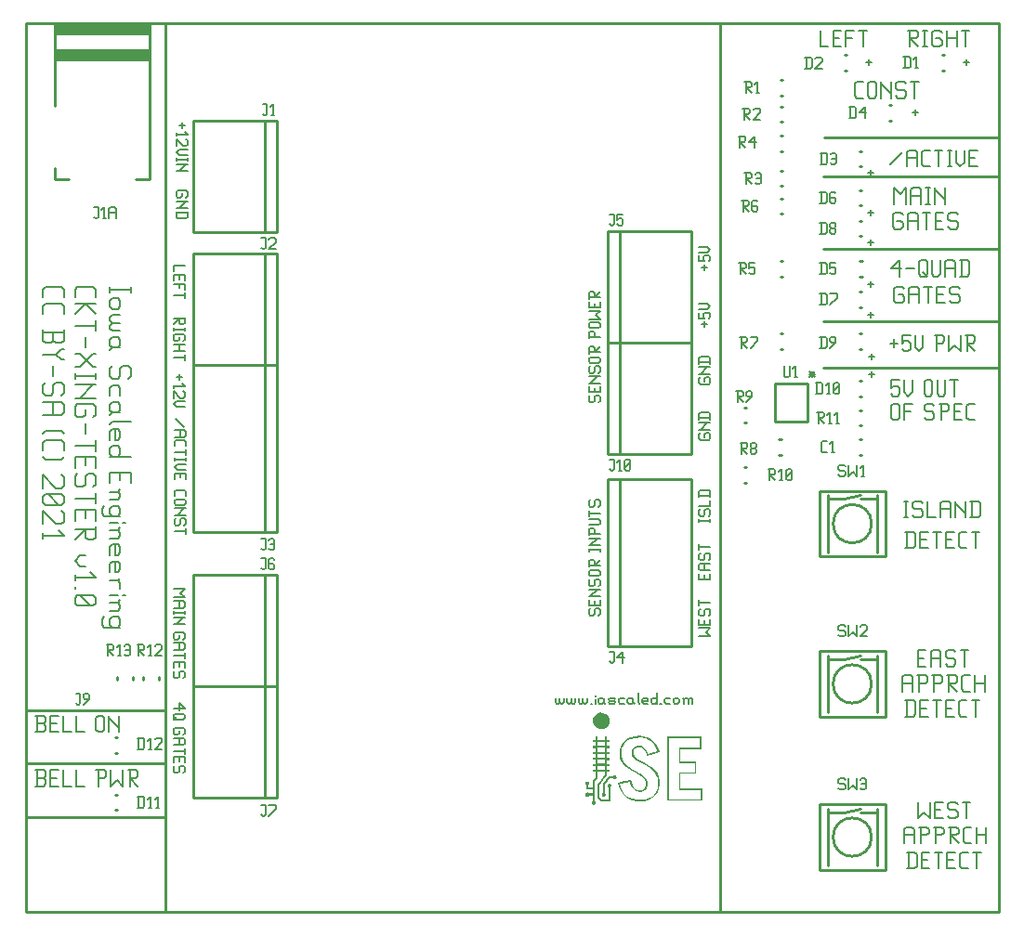
<source format=gbr>
G04 start of page 8 for group -4079 idx -4079 *
G04 Title: (unknown), topsilk *
G04 Creator: pcb 4.0.2 *
G04 CreationDate: Mon Feb 22 18:09:41 2021 UTC *
G04 For: ndholmes *
G04 Format: Gerber/RS-274X *
G04 PCB-Dimensions (mil): 3500.00 3200.00 *
G04 PCB-Coordinate-Origin: lower left *
%MOIN*%
%FSLAX25Y25*%
%LNTOPSILK*%
%ADD54C,0.0080*%
%ADD53C,0.0100*%
%ADD52C,0.0001*%
G54D52*G36*
X206441Y66282D02*X205556Y66569D01*
X204791Y67128D01*
X204243Y67860D01*
X203956Y68723D01*
X203918Y69363D01*
X203999Y69982D01*
X204309Y70747D01*
X204829Y71398D01*
X205676Y71973D01*
X206647Y72216D01*
X207656Y72129D01*
X208600Y71702D01*
X209153Y71197D01*
X209577Y70579D01*
X209810Y69895D01*
X209880Y69168D01*
X209772Y68441D01*
X209506Y67768D01*
X209099Y67220D01*
X208584Y66775D01*
X207982Y66455D01*
X207331Y66282D01*
X206880Y66260D01*
X206441Y66282D01*
G37*
G36*
X207607Y42123D02*X207325Y42312D01*
X207146Y42600D01*
X207141Y43034D01*
X207368Y43387D01*
X207499Y43479D01*
X207510Y43940D01*
X207515Y45052D01*
Y46626D01*
X208611Y48004D01*
X209701Y49387D01*
X211031D01*
X211117Y49507D01*
X211345Y49702D01*
X211497Y49767D01*
X211703Y49778D01*
X211904Y49772D01*
X212056Y49702D01*
X212278Y49512D01*
X212414Y49268D01*
X212430Y48986D01*
X212365Y48714D01*
X212089Y48427D01*
X211703Y48313D01*
X211145Y48562D01*
X211020Y48698D01*
X210032D01*
X209115Y47543D01*
X208204Y46387D01*
Y43490D01*
X208307Y43419D01*
X208567Y43023D01*
X208535Y42524D01*
X208150Y42150D01*
X207607Y42117D01*
Y42123D01*
G37*
G36*
X230470Y52035D02*X231110Y52040D01*
X231104Y41141D01*
X242530D01*
Y44298D01*
X234756D01*
Y50819D01*
X240441D01*
Y53988D01*
X234756D01*
Y59771D01*
X242216D01*
Y62940D01*
X231121D01*
X231110Y52040D01*
X230470Y52035D01*
Y63564D01*
X242850D01*
Y59153D01*
X235390D01*
Y54633D01*
X241071D01*
Y50223D01*
X235407D01*
X235396Y47591D01*
X235390Y44960D01*
X243154D01*
Y40522D01*
X230470D01*
Y52035D01*
G37*
G36*
X219885Y40229D02*X218067Y40571D01*
X216483Y41293D01*
X215376Y42171D01*
X214432Y43278D01*
X213570Y44841D01*
X212924Y46696D01*
X212826Y47065D01*
X215246Y47581D01*
X216179Y47781D01*
X216955Y47944D01*
X217481Y48047D01*
X217682Y48080D01*
X217736Y47868D01*
X217785Y47618D01*
X217867Y47282D01*
X218230Y46257D01*
X218745Y45432D01*
X219391Y44824D01*
X220162Y44461D01*
X220400Y44418D01*
X220796Y44401D01*
X221187Y44418D01*
X221442Y44461D01*
X222462Y45047D01*
X223021Y46083D01*
X223075Y46712D01*
X223021Y47309D01*
X223623Y47483D01*
X223661Y46067D01*
X223303Y45117D01*
X222673Y44385D01*
X221816Y43924D01*
X220780Y43756D01*
X219451Y44059D01*
X218382Y44884D01*
X217590Y46127D01*
X217389Y46653D01*
X217243Y47157D01*
X217194Y47326D01*
X217145Y47342D01*
X216993Y47315D01*
X216635Y47239D01*
X216109Y47125D01*
X215479Y46989D01*
X214329Y46745D01*
X213792Y46626D01*
X213629Y46577D01*
Y46544D01*
X213678Y46360D01*
X213803Y45991D01*
X213949Y45584D01*
X214074Y45258D01*
X215072Y43479D01*
X216358Y42150D01*
X217932Y41282D01*
X219803Y40864D01*
X220199Y40853D01*
X220747D01*
X221295Y40869D01*
X221718Y40902D01*
X223048Y41157D01*
X224209Y41591D01*
X225109Y42123D01*
X225863Y42779D01*
X226466Y43560D01*
X226932Y44466D01*
X227160Y45161D01*
X227317Y45947D01*
X227366Y46902D01*
X227317Y47836D01*
X227090Y48823D01*
X226732Y49713D01*
X226211Y50532D01*
X225527Y51313D01*
X224827Y51959D01*
X224019Y52556D01*
X222945Y53217D01*
X221453Y54047D01*
X220308Y54682D01*
X219516Y55160D01*
X218963Y55561D01*
X218534Y55963D01*
X217986Y56749D01*
X217818Y57617D01*
X217964Y58659D01*
X218398Y59473D01*
X219103Y60037D01*
X220058Y60319D01*
X220639Y60336D01*
X221214Y60270D01*
X221984Y59977D01*
X222652Y59451D01*
X223227Y58686D01*
X223721Y57666D01*
X223807Y57466D01*
X223867Y57422D01*
X224030Y57471D01*
X224409Y57574D01*
X224919Y57726D01*
X225505Y57894D01*
X226081Y58062D01*
X226580Y58214D01*
X226938Y58317D01*
X227079Y58361D01*
X227052Y58485D01*
X226965Y58762D01*
X226840Y59104D01*
X226721Y59419D01*
X226043Y60634D01*
X225153Y61638D01*
X224079Y62413D01*
X222825Y62940D01*
X221068Y63243D01*
X219147Y63157D01*
X217400Y62696D01*
X216000Y61860D01*
X215300Y61133D01*
X214758Y60249D01*
X214389Y59223D01*
X214188Y58073D01*
X214161Y57297D01*
X214199Y56587D01*
X214438Y55605D01*
X214877Y54699D01*
X215517Y53858D01*
X216380Y53066D01*
X216922Y52659D01*
X217552Y52246D01*
X218355Y51769D01*
X219440Y51161D01*
X220167Y50760D01*
X220709Y50451D01*
X221133Y50196D01*
X221507Y49957D01*
X222939Y48747D01*
X223623Y47483D01*
X223021Y47309D01*
X222424Y48378D01*
X221165Y49425D01*
X220802Y49658D01*
X220395Y49903D01*
X219879Y50196D01*
X219185Y50575D01*
X217807Y51351D01*
X216792Y51980D01*
X216017Y52545D01*
X215360Y53125D01*
X214611Y53966D01*
X214074Y54850D01*
X213656Y56033D01*
X213526Y57346D01*
X213618Y58632D01*
X213911Y59831D01*
X214671Y61355D01*
X215832Y62538D01*
X217362Y63363D01*
X219234Y63802D01*
X220693Y63884D01*
X222077Y63759D01*
X223352Y63433D01*
X224491Y62907D01*
X225630Y62061D01*
X226569Y60976D01*
X227296Y59674D01*
X227789Y58171D01*
X227849Y57916D01*
X225647Y57276D01*
X224784Y57032D01*
X224079Y56831D01*
X223601Y56701D01*
X223422Y56657D01*
X223346Y56858D01*
X223118Y57460D01*
X222858Y58035D01*
X222098Y59104D01*
X221149Y59636D01*
X220514Y59701D01*
X219863Y59652D01*
X219006Y59180D01*
X218669Y58719D01*
X218485Y58122D01*
X218447Y57639D01*
X218485Y57227D01*
X218832Y56576D01*
X219559Y55908D01*
X219912Y55664D01*
X220351Y55388D01*
X220926Y55062D01*
X221697Y54639D01*
X222565Y54167D01*
X223248Y53782D01*
X223807Y53451D01*
X224285Y53142D01*
X225511Y52214D01*
X226477Y51226D01*
X227204Y50174D01*
X227692Y49034D01*
X227968Y47662D01*
X227974Y46230D01*
X227719Y44830D01*
X227209Y43566D01*
X226412Y42448D01*
X225370Y41537D01*
X224100Y40859D01*
X222635Y40414D01*
X221257Y40240D01*
X219885Y40235D01*
Y40229D01*
G37*
G36*
X204043Y39209D02*X203647Y39480D01*
X203511Y39925D01*
X203565Y40240D01*
X203761Y40490D01*
X203891Y40604D01*
Y42486D01*
X203218D01*
X202741Y42481D01*
X202545Y42464D01*
X202453Y42340D01*
X202100Y42117D01*
X201672D01*
X201373Y42307D01*
X201189Y42600D01*
X201162Y42931D01*
X201270Y43224D01*
X201487Y43446D01*
X201802Y43566D01*
X202182Y43512D01*
X202491Y43273D01*
X202556Y43175D01*
X203224D01*
X203891Y43170D01*
Y44667D01*
X201558D01*
Y45400D01*
X201553Y46127D01*
X201455Y46197D01*
X201287Y46376D01*
X201178Y46593D01*
X201189Y47027D01*
X201373Y47315D01*
X201661Y47494D01*
X201997Y47526D01*
X202290Y47423D01*
X202513Y47201D01*
X202632Y46881D01*
X202578Y46506D01*
X202339Y46197D01*
X202242Y46127D01*
Y45351D01*
X203891D01*
Y47656D01*
X204357Y48248D01*
X204829Y48839D01*
Y50906D01*
X203918D01*
Y51693D01*
X208302D01*
Y53066D01*
X205486D01*
Y51693D01*
X204829D01*
Y53066D01*
X203918D01*
Y53825D01*
X204819D01*
Y55192D01*
X205502Y55219D01*
X205497Y54557D01*
X205491Y54086D01*
X205502Y53868D01*
X205567Y53858D01*
X205790Y53847D01*
X206224Y53841D01*
X206907Y53836D01*
X208302D01*
Y55219D01*
X205502D01*
X204819Y55192D01*
X203918D01*
Y55952D01*
X204829D01*
X205486Y55979D01*
X208302D01*
Y57352D01*
X205486D01*
Y55979D01*
X204829Y55952D01*
Y57324D01*
X203918D01*
Y58084D01*
X204819D01*
X204829Y59462D01*
X205486Y59505D01*
Y58827D01*
X205491Y58344D01*
X205508Y58127D01*
X205920Y58117D01*
X206907Y58111D01*
X208291D01*
X208296Y58800D01*
Y58816D01*
X208307Y59505D01*
X205486D01*
X204829Y59462D01*
X203918D01*
Y60222D01*
X204819D01*
Y61594D01*
X205502Y61648D01*
X205497Y60992D01*
X205491Y60515D01*
X205502Y60297D01*
X205567Y60287D01*
X205790Y60276D01*
X206224Y60270D01*
X206907Y60265D01*
X208307D01*
X208296Y60959D01*
X208291Y61648D01*
X205502D01*
X204819Y61594D01*
X203918D01*
Y62354D01*
X204829D01*
Y63596D01*
X205486D01*
Y62354D01*
X208302D01*
Y63596D01*
X208991D01*
Y62354D01*
X209902D01*
Y61594D01*
X208991D01*
Y60194D01*
X209902D01*
Y59435D01*
X208991D01*
Y58041D01*
X209902D01*
Y57281D01*
X208991D01*
Y55908D01*
X209902D01*
Y55149D01*
X208991D01*
Y53755D01*
X209902D01*
Y52995D01*
X208991D01*
Y51622D01*
X209902D01*
Y50836D01*
X208991D01*
X208985Y50250D01*
Y49658D01*
X207569Y47868D01*
X206148Y46083D01*
Y42074D01*
X207124Y41097D01*
X209544D01*
Y43219D01*
X209539Y44043D01*
Y44716D01*
X209533Y45172D01*
X209528Y45334D01*
X209403Y45427D01*
X209159Y45893D01*
X209294Y46409D01*
X209870Y46718D01*
X210472Y46447D01*
X210629Y45882D01*
X210331Y45372D01*
X210233Y45302D01*
Y40414D01*
X206842D01*
X205486Y41770D01*
Y46344D01*
X206896Y48123D01*
X208302Y49903D01*
Y50841D01*
X205486D01*
Y48503D01*
X204574Y47353D01*
Y40522D01*
X204640Y40490D01*
X204819Y40321D01*
X204949Y40088D01*
X204916Y39573D01*
X204569Y39193D01*
X204303Y39133D01*
X204043Y39144D01*
Y39209D01*
G37*
G54D53*X349500Y500D02*X240500D01*
X349500Y319500D02*Y500D01*
X244500Y319500D02*X349500D01*
X249500D02*Y500D01*
X286500Y238500D02*X349500D01*
X287000Y278500D02*X349500D01*
X286500Y196000D02*X349500D01*
X286500Y212500D02*X349500D01*
X286500Y264500D02*X349500D01*
X50500Y319500D02*X249500D01*
X52500D02*X500D01*
X50500Y500D02*Y117500D01*
X249500Y500D02*X50500D01*
X500D02*X52000D01*
X50500Y319500D02*Y70500D01*
X500Y319500D02*Y500D01*
Y73000D02*X50500D01*
X500Y54000D02*X50500D01*
X500Y34500D02*X50500D01*
G54D54*X302500Y215000D02*X304500D01*
X303500Y216000D02*Y214000D01*
X190500Y77400D02*Y75900D01*
X191000Y75400D01*
X191500D01*
X192000Y75900D01*
Y77400D02*Y75900D01*
X192500Y75400D01*
X193000D01*
X193500Y75900D01*
Y77400D02*Y75900D01*
X194700Y77400D02*Y75900D01*
X195200Y75400D01*
X195700D01*
X196200Y75900D01*
Y77400D02*Y75900D01*
X196700Y75400D01*
X197200D01*
X197700Y75900D01*
Y77400D02*Y75900D01*
X198900Y77400D02*Y75900D01*
X199400Y75400D01*
X199900D01*
X200400Y75900D01*
Y77400D02*Y75900D01*
X200900Y75400D01*
X201400D01*
X201900Y75900D01*
Y77400D02*Y75900D01*
X203100Y75400D02*X203600D01*
X204800Y78400D02*Y77900D01*
Y76900D02*Y75400D01*
X207300Y77400D02*X207800Y76900D01*
X206300Y77400D02*X207300D01*
X205800Y76900D02*X206300Y77400D01*
X205800Y76900D02*Y75900D01*
X206300Y75400D01*
X207800Y77400D02*Y75900D01*
X208300Y75400D01*
X206300D02*X207300D01*
X207800Y75900D01*
X210000Y75400D02*X211500D01*
X212000Y75900D01*
X211500Y76400D02*X212000Y75900D01*
X210000Y76400D02*X211500D01*
X209500Y76900D02*X210000Y76400D01*
X209500Y76900D02*X210000Y77400D01*
X211500D01*
X212000Y76900D01*
X209500Y75900D02*X210000Y75400D01*
X213700Y77400D02*X215200D01*
X213200Y76900D02*X213700Y77400D01*
X213200Y76900D02*Y75900D01*
X213700Y75400D01*
X215200D01*
X217900Y77400D02*X218400Y76900D01*
X216900Y77400D02*X217900D01*
X216400Y76900D02*X216900Y77400D01*
X216400Y76900D02*Y75900D01*
X216900Y75400D01*
X218400Y77400D02*Y75900D01*
X218900Y75400D01*
X216900D02*X217900D01*
X218400Y75900D01*
X220100Y79400D02*Y75900D01*
X220600Y75400D01*
X222100D02*X223600D01*
X221600Y75900D02*X222100Y75400D01*
X221600Y76900D02*Y75900D01*
Y76900D02*X222100Y77400D01*
X223100D01*
X223600Y76900D01*
X221600Y76400D02*X223600D01*
Y76900D02*Y76400D01*
X226800Y79400D02*Y75400D01*
X226300D02*X226800Y75900D01*
X225300Y75400D02*X226300D01*
X224800Y75900D02*X225300Y75400D01*
X224800Y76900D02*Y75900D01*
Y76900D02*X225300Y77400D01*
X226300D01*
X226800Y76900D01*
X228000Y75400D02*X228500D01*
X230200Y77400D02*X231700D01*
X229700Y76900D02*X230200Y77400D01*
X229700Y76900D02*Y75900D01*
X230200Y75400D01*
X231700D01*
X232900Y76900D02*Y75900D01*
Y76900D02*X233400Y77400D01*
X234400D01*
X234900Y76900D01*
Y75900D01*
X234400Y75400D02*X234900Y75900D01*
X233400Y75400D02*X234400D01*
X232900Y75900D02*X233400Y75400D01*
X236600Y76900D02*Y75400D01*
Y76900D02*X237100Y77400D01*
X237600D01*
X238100Y76900D01*
Y75400D01*
Y76900D02*X238600Y77400D01*
X239100D01*
X239600Y76900D01*
Y75400D01*
X236100Y77400D02*X236600Y76900D01*
X242000Y99500D02*X246000D01*
X244500Y101000D01*
X246000Y102500D01*
X242000D02*X246000D01*
X244000Y105200D02*Y103700D01*
X246000Y105700D02*Y103700D01*
X242000D02*X246000D01*
X242000Y105700D02*Y103700D01*
Y108900D02*X242500Y109400D01*
X242000Y108900D02*Y107400D01*
X242500Y106900D02*X242000Y107400D01*
X242500Y106900D02*X243500D01*
X244000Y107400D01*
Y108900D02*Y107400D01*
Y108900D02*X244500Y109400D01*
X245500D01*
X246000Y108900D02*X245500Y109400D01*
X246000Y108900D02*Y107400D01*
X245500Y106900D02*X246000Y107400D01*
X242000Y112600D02*Y110600D01*
Y111600D02*X246000D01*
X202500Y109000D02*X203000Y109500D01*
X202500Y109000D02*Y107500D01*
X203000Y107000D02*X202500Y107500D01*
X203000Y107000D02*X204000D01*
X204500Y107500D01*
Y109000D02*Y107500D01*
Y109000D02*X205000Y109500D01*
X206000D01*
X206500Y109000D02*X206000Y109500D01*
X206500Y109000D02*Y107500D01*
X206000Y107000D02*X206500Y107500D01*
X204500Y112200D02*Y110700D01*
X206500Y112700D02*Y110700D01*
X202500D02*X206500D01*
X202500Y112700D02*Y110700D01*
Y113900D02*X206500D01*
X202500D02*X203000D01*
X205500Y116400D01*
X202500D02*X206500D01*
X202500Y119600D02*X203000Y120100D01*
X202500Y119600D02*Y118100D01*
X203000Y117600D02*X202500Y118100D01*
X203000Y117600D02*X204000D01*
X204500Y118100D01*
Y119600D02*Y118100D01*
Y119600D02*X205000Y120100D01*
X206000D01*
X206500Y119600D02*X206000Y120100D01*
X206500Y119600D02*Y118100D01*
X206000Y117600D02*X206500Y118100D01*
X203000Y121300D02*X206000D01*
X203000D02*X202500Y121800D01*
Y122800D02*Y121800D01*
Y122800D02*X203000Y123300D01*
X206000D01*
X206500Y122800D02*X206000Y123300D01*
X206500Y122800D02*Y121800D01*
X206000Y121300D02*X206500Y121800D01*
X202500Y126500D02*Y124500D01*
Y126500D02*X203000Y127000D01*
X204000D01*
X204500Y126500D02*X204000Y127000D01*
X204500Y126500D02*Y125000D01*
X202500D02*X206500D01*
X204500D02*X206500Y127000D01*
X202500Y131000D02*Y130000D01*
Y130500D02*X206500D01*
Y131000D02*Y130000D01*
X202500Y132200D02*X206500D01*
X202500D02*X203000D01*
X205500Y134700D01*
X202500D02*X206500D01*
X202500Y136400D02*X206500D01*
X202500Y137900D02*Y135900D01*
Y137900D02*X203000Y138400D01*
X204000D01*
X204500Y137900D02*X204000Y138400D01*
X204500Y137900D02*Y136400D01*
X202500Y139600D02*X206000D01*
X206500Y140100D01*
Y141100D02*Y140100D01*
Y141100D02*X206000Y141600D01*
X202500D02*X206000D01*
X202500Y144800D02*Y142800D01*
Y143800D02*X206500D01*
X202500Y148000D02*X203000Y148500D01*
X202500Y148000D02*Y146500D01*
X203000Y146000D02*X202500Y146500D01*
X203000Y146000D02*X204000D01*
X204500Y146500D01*
Y148000D02*Y146500D01*
Y148000D02*X205000Y148500D01*
X206000D01*
X206500Y148000D02*X206000Y148500D01*
X206500Y148000D02*Y146500D01*
X206000Y146000D02*X206500Y146500D01*
X244000Y233000D02*Y231000D01*
X243000Y232000D02*X245000D01*
X242000Y236200D02*Y234200D01*
X244000D01*
X243500Y234700D01*
Y235700D02*Y234700D01*
Y235700D02*X244000Y236200D01*
X245500D01*
X246000Y235700D02*X245500Y236200D01*
X246000Y235700D02*Y234700D01*
X245500Y234200D02*X246000Y234700D01*
X242000Y237400D02*X245000D01*
X246000Y238400D01*
X245000Y239400D01*
X242000D02*X245000D01*
X202500Y185500D02*X203000Y186000D01*
X202500Y185500D02*Y184000D01*
X203000Y183500D02*X202500Y184000D01*
X203000Y183500D02*X204000D01*
X204500Y184000D01*
Y185500D02*Y184000D01*
Y185500D02*X205000Y186000D01*
X206000D01*
X206500Y185500D02*X206000Y186000D01*
X206500Y185500D02*Y184000D01*
X206000Y183500D02*X206500Y184000D01*
X204500Y188700D02*Y187200D01*
X206500Y189200D02*Y187200D01*
X202500D02*X206500D01*
X202500Y189200D02*Y187200D01*
Y190400D02*X206500D01*
X202500D02*X203000D01*
X205500Y192900D01*
X202500D02*X206500D01*
X202500Y196100D02*X203000Y196600D01*
X202500Y196100D02*Y194600D01*
X203000Y194100D02*X202500Y194600D01*
X203000Y194100D02*X204000D01*
X204500Y194600D01*
Y196100D02*Y194600D01*
Y196100D02*X205000Y196600D01*
X206000D01*
X206500Y196100D02*X206000Y196600D01*
X206500Y196100D02*Y194600D01*
X206000Y194100D02*X206500Y194600D01*
X203000Y197800D02*X206000D01*
X203000D02*X202500Y198300D01*
Y199300D02*Y198300D01*
Y199300D02*X203000Y199800D01*
X206000D01*
X206500Y199300D02*X206000Y199800D01*
X206500Y199300D02*Y198300D01*
X206000Y197800D02*X206500Y198300D01*
X202500Y203000D02*Y201000D01*
Y203000D02*X203000Y203500D01*
X204000D01*
X204500Y203000D02*X204000Y203500D01*
X204500Y203000D02*Y201500D01*
X202500D02*X206500D01*
X204500D02*X206500Y203500D01*
X202500Y207000D02*X206500D01*
X202500Y208500D02*Y206500D01*
Y208500D02*X203000Y209000D01*
X204000D01*
X204500Y208500D02*X204000Y209000D01*
X204500Y208500D02*Y207000D01*
X203000Y210200D02*X206000D01*
X203000D02*X202500Y210700D01*
Y211700D02*Y210700D01*
Y211700D02*X203000Y212200D01*
X206000D01*
X206500Y211700D02*X206000Y212200D01*
X206500Y211700D02*Y210700D01*
X206000Y210200D02*X206500Y210700D01*
X202500Y213400D02*X206500D01*
X205000Y214900D01*
X206500Y216400D01*
X202500D02*X206500D01*
X204500Y219100D02*Y217600D01*
X206500Y219600D02*Y217600D01*
X202500D02*X206500D01*
X202500Y219600D02*Y217600D01*
Y222800D02*Y220800D01*
Y222800D02*X203000Y223300D01*
X204000D01*
X204500Y222800D02*X204000Y223300D01*
X204500Y222800D02*Y221300D01*
X202500D02*X206500D01*
X204500D02*X206500Y223300D01*
X242000Y141500D02*Y140500D01*
Y141000D02*X246000D01*
Y141500D02*Y140500D01*
X242000Y144700D02*X242500Y145200D01*
X242000Y144700D02*Y143200D01*
X242500Y142700D02*X242000Y143200D01*
X242500Y142700D02*X243500D01*
X244000Y143200D01*
Y144700D02*Y143200D01*
Y144700D02*X244500Y145200D01*
X245500D01*
X246000Y144700D02*X245500Y145200D01*
X246000Y144700D02*Y143200D01*
X245500Y142700D02*X246000Y143200D01*
X242000Y146400D02*X246000D01*
Y148400D02*Y146400D01*
X242000Y150100D02*X246000D01*
X242000Y151600D02*X242500Y152100D01*
X245500D01*
X246000Y151600D02*X245500Y152100D01*
X246000Y151600D02*Y149600D01*
X242000Y151600D02*Y149600D01*
X244000Y121500D02*Y120000D01*
X246000Y122000D02*Y120000D01*
X242000D02*X246000D01*
X242000Y122000D02*Y120000D01*
X242500Y123200D02*X246000D01*
X242500D02*X242000Y123700D01*
Y125200D02*Y123700D01*
Y125200D02*X242500Y125700D01*
X246000D01*
X244000D02*Y123200D01*
X242000Y128900D02*X242500Y129400D01*
X242000Y128900D02*Y127400D01*
X242500Y126900D02*X242000Y127400D01*
X242500Y126900D02*X243500D01*
X244000Y127400D01*
Y128900D02*Y127400D01*
Y128900D02*X244500Y129400D01*
X245500D01*
X246000Y128900D02*X245500Y129400D01*
X246000Y128900D02*Y127400D01*
X245500Y126900D02*X246000Y127400D01*
X242000Y132600D02*Y130600D01*
Y131600D02*X246000D01*
X242000Y172000D02*X242500Y172500D01*
X242000Y172000D02*Y170500D01*
X242500Y170000D02*X242000Y170500D01*
X242500Y170000D02*X245500D01*
X246000Y170500D01*
Y172000D02*Y170500D01*
Y172000D02*X245500Y172500D01*
X244500D02*X245500D01*
X244000Y172000D02*X244500Y172500D01*
X244000Y172000D02*Y171000D01*
X242000Y173700D02*X246000D01*
X242000D02*X242500D01*
X245000Y176200D01*
X242000D02*X246000D01*
X242000Y177900D02*X246000D01*
X242000Y179400D02*X242500Y179900D01*
X245500D01*
X246000Y179400D02*X245500Y179900D01*
X246000Y179400D02*Y177400D01*
X242000Y179400D02*Y177400D01*
Y192000D02*X242500Y192500D01*
X242000Y192000D02*Y190500D01*
X242500Y190000D02*X242000Y190500D01*
X242500Y190000D02*X245500D01*
X246000Y190500D01*
Y192000D02*Y190500D01*
Y192000D02*X245500Y192500D01*
X244500D02*X245500D01*
X244000Y192000D02*X244500Y192500D01*
X244000Y192000D02*Y191000D01*
X242000Y193700D02*X246000D01*
X242000D02*X242500D01*
X245000Y196200D01*
X242000D02*X246000D01*
X242000Y197900D02*X246000D01*
X242000Y199400D02*X242500Y199900D01*
X245500D01*
X246000Y199400D02*X245500Y199900D01*
X246000Y199400D02*Y197400D01*
X242000Y199400D02*Y197400D01*
X244000Y212500D02*Y210500D01*
X243000Y211500D02*X245000D01*
X242000Y215700D02*Y213700D01*
X244000D01*
X243500Y214200D01*
Y215200D02*Y214200D01*
Y215200D02*X244000Y215700D01*
X245500D01*
X246000Y215200D02*X245500Y215700D01*
X246000Y215200D02*Y214200D01*
X245500Y213700D02*X246000Y214200D01*
X242000Y216900D02*X245000D01*
X246000Y217900D01*
X245000Y218900D01*
X242000D02*X245000D01*
X320500Y40060D02*Y34300D01*
X322660Y36460D01*
X324820Y34300D01*
Y40060D02*Y34300D01*
X326548Y37180D02*X328708D01*
X326548Y34300D02*X329428D01*
X326548Y40060D02*Y34300D01*
Y40060D02*X329428D01*
X334036D02*X334756Y39340D01*
X331876Y40060D02*X334036D01*
X331156Y39340D02*X331876Y40060D01*
X331156Y39340D02*Y37900D01*
X331876Y37180D01*
X334036D01*
X334756Y36460D01*
Y35020D01*
X334036Y34300D02*X334756Y35020D01*
X331876Y34300D02*X334036D01*
X331156Y35020D02*X331876Y34300D01*
X336484Y40060D02*X339364D01*
X337924D02*Y34300D01*
X317220Y22060D02*Y16300D01*
X319380Y22060D02*X320100Y21340D01*
Y17020D01*
X319380Y16300D02*X320100Y17020D01*
X316500Y16300D02*X319380D01*
X316500Y22060D02*X319380D01*
X321828Y19180D02*X323988D01*
X321828Y16300D02*X324708D01*
X321828Y22060D02*Y16300D01*
Y22060D02*X324708D01*
X326436D02*X329316D01*
X327876D02*Y16300D01*
X331044Y19180D02*X333204D01*
X331044Y16300D02*X333924D01*
X331044Y22060D02*Y16300D01*
Y22060D02*X333924D01*
X336372Y16300D02*X338532D01*
X335652Y17020D02*X336372Y16300D01*
X335652Y21340D02*Y17020D01*
Y21340D02*X336372Y22060D01*
X338532D01*
X340260D02*X343140D01*
X341700D02*Y16300D01*
X315500Y30340D02*Y25300D01*
Y30340D02*X316220Y31060D01*
X318380D01*
X319100Y30340D01*
Y25300D01*
X315500Y28180D02*X319100D01*
X321548Y31060D02*Y25300D01*
X320828Y31060D02*X323708D01*
X324428Y30340D01*
Y28900D01*
X323708Y28180D02*X324428Y28900D01*
X321548Y28180D02*X323708D01*
X326876Y31060D02*Y25300D01*
X326156Y31060D02*X329036D01*
X329756Y30340D01*
Y28900D01*
X329036Y28180D02*X329756Y28900D01*
X326876Y28180D02*X329036D01*
X331484Y31060D02*X334364D01*
X335084Y30340D01*
Y28900D01*
X334364Y28180D02*X335084Y28900D01*
X332204Y28180D02*X334364D01*
X332204Y31060D02*Y25300D01*
Y28180D02*X335084Y25300D01*
X337532D02*X339692D01*
X336812Y26020D02*X337532Y25300D01*
X336812Y30340D02*Y26020D01*
Y30340D02*X337532Y31060D01*
X339692D01*
X341420D02*Y25300D01*
X345020Y31060D02*Y25300D01*
X341420Y28180D02*X345020D01*
X316720Y76560D02*Y70800D01*
X318880Y76560D02*X319600Y75840D01*
Y71520D01*
X318880Y70800D02*X319600Y71520D01*
X316000Y70800D02*X318880D01*
X316000Y76560D02*X318880D01*
X321328Y73680D02*X323488D01*
X321328Y70800D02*X324208D01*
X321328Y76560D02*Y70800D01*
Y76560D02*X324208D01*
X325936D02*X328816D01*
X327376D02*Y70800D01*
X330544Y73680D02*X332704D01*
X330544Y70800D02*X333424D01*
X330544Y76560D02*Y70800D01*
Y76560D02*X333424D01*
X335872Y70800D02*X338032D01*
X335152Y71520D02*X335872Y70800D01*
X335152Y75840D02*Y71520D01*
Y75840D02*X335872Y76560D01*
X338032D01*
X339760D02*X342640D01*
X341200D02*Y70800D01*
X315000Y84840D02*Y79800D01*
Y84840D02*X315720Y85560D01*
X317880D01*
X318600Y84840D01*
Y79800D01*
X315000Y82680D02*X318600D01*
X321048Y85560D02*Y79800D01*
X320328Y85560D02*X323208D01*
X323928Y84840D01*
Y83400D01*
X323208Y82680D02*X323928Y83400D01*
X321048Y82680D02*X323208D01*
X326376Y85560D02*Y79800D01*
X325656Y85560D02*X328536D01*
X329256Y84840D01*
Y83400D01*
X328536Y82680D02*X329256Y83400D01*
X326376Y82680D02*X328536D01*
X330984Y85560D02*X333864D01*
X334584Y84840D01*
Y83400D01*
X333864Y82680D02*X334584Y83400D01*
X331704Y82680D02*X333864D01*
X331704Y85560D02*Y79800D01*
Y82680D02*X334584Y79800D01*
X337032D02*X339192D01*
X336312Y80520D02*X337032Y79800D01*
X336312Y84840D02*Y80520D01*
Y84840D02*X337032Y85560D01*
X339192D01*
X340920D02*Y79800D01*
X344520Y85560D02*Y79800D01*
X340920Y82680D02*X344520D01*
X320500Y91680D02*X322660D01*
X320500Y88800D02*X323380D01*
X320500Y94560D02*Y88800D01*
Y94560D02*X323380D01*
X325108Y93840D02*Y88800D01*
Y93840D02*X325828Y94560D01*
X327988D01*
X328708Y93840D01*
Y88800D01*
X325108Y91680D02*X328708D01*
X333316Y94560D02*X334036Y93840D01*
X331156Y94560D02*X333316D01*
X330436Y93840D02*X331156Y94560D01*
X330436Y93840D02*Y92400D01*
X331156Y91680D01*
X333316D01*
X334036Y90960D01*
Y89520D01*
X333316Y88800D02*X334036Y89520D01*
X331156Y88800D02*X333316D01*
X330436Y89520D02*X331156Y88800D01*
X335764Y94560D02*X338644D01*
X337204D02*Y88800D01*
X316720Y137060D02*Y131300D01*
X318880Y137060D02*X319600Y136340D01*
Y132020D01*
X318880Y131300D02*X319600Y132020D01*
X316000Y131300D02*X318880D01*
X316000Y137060D02*X318880D01*
X321328Y134180D02*X323488D01*
X321328Y131300D02*X324208D01*
X321328Y137060D02*Y131300D01*
Y137060D02*X324208D01*
X325936D02*X328816D01*
X327376D02*Y131300D01*
X330544Y134180D02*X332704D01*
X330544Y131300D02*X333424D01*
X330544Y137060D02*Y131300D01*
Y137060D02*X333424D01*
X335872Y131300D02*X338032D01*
X335152Y132020D02*X335872Y131300D01*
X335152Y136340D02*Y132020D01*
Y136340D02*X335872Y137060D01*
X338032D01*
X339760D02*X342640D01*
X341200D02*Y131300D01*
X315500Y148060D02*X316940D01*
X316220D02*Y142300D01*
X315500D02*X316940D01*
X321548Y148060D02*X322268Y147340D01*
X319388Y148060D02*X321548D01*
X318668Y147340D02*X319388Y148060D01*
X318668Y147340D02*Y145900D01*
X319388Y145180D01*
X321548D01*
X322268Y144460D01*
Y143020D01*
X321548Y142300D02*X322268Y143020D01*
X319388Y142300D02*X321548D01*
X318668Y143020D02*X319388Y142300D01*
X323996Y148060D02*Y142300D01*
X326876D01*
X328604Y147340D02*Y142300D01*
Y147340D02*X329324Y148060D01*
X331484D01*
X332204Y147340D01*
Y142300D01*
X328604Y145180D02*X332204D01*
X333932Y148060D02*Y142300D01*
Y148060D02*Y147340D01*
X337532Y143740D01*
Y148060D02*Y142300D01*
X339980Y148060D02*Y142300D01*
X342140Y148060D02*X342860Y147340D01*
Y143020D01*
X342140Y142300D02*X342860Y143020D01*
X339260Y142300D02*X342140D01*
X339260Y148060D02*X342140D01*
X303000Y193500D02*X305000D01*
X304000Y194500D02*Y192500D01*
X303000Y200000D02*X305000D01*
X304000Y201000D02*Y199000D01*
X311000Y182340D02*Y178020D01*
Y182340D02*X311720Y183060D01*
X313160D01*
X313880Y182340D01*
Y178020D01*
X313160Y177300D02*X313880Y178020D01*
X311720Y177300D02*X313160D01*
X311000Y178020D02*X311720Y177300D01*
X315608Y183060D02*Y177300D01*
Y183060D02*X318488D01*
X315608Y180180D02*X317768D01*
X325688Y183060D02*X326408Y182340D01*
X323528Y183060D02*X325688D01*
X322808Y182340D02*X323528Y183060D01*
X322808Y182340D02*Y180900D01*
X323528Y180180D01*
X325688D01*
X326408Y179460D01*
Y178020D01*
X325688Y177300D02*X326408Y178020D01*
X323528Y177300D02*X325688D01*
X322808Y178020D02*X323528Y177300D01*
X328856Y183060D02*Y177300D01*
X328136Y183060D02*X331016D01*
X331736Y182340D01*
Y180900D01*
X331016Y180180D02*X331736Y180900D01*
X328856Y180180D02*X331016D01*
X333464D02*X335624D01*
X333464Y177300D02*X336344D01*
X333464Y183060D02*Y177300D01*
Y183060D02*X336344D01*
X338792Y177300D02*X340952D01*
X338072Y178020D02*X338792Y177300D01*
X338072Y182340D02*Y178020D01*
Y182340D02*X338792Y183060D01*
X340952D01*
X311000Y191560D02*X313880D01*
X311000D02*Y188680D01*
X311720Y189400D01*
X313160D01*
X313880Y188680D01*
Y186520D01*
X313160Y185800D02*X313880Y186520D01*
X311720Y185800D02*X313160D01*
X311000Y186520D02*X311720Y185800D01*
X315608Y191560D02*Y187240D01*
X317048Y185800D01*
X318488Y187240D01*
Y191560D02*Y187240D01*
X322808Y190840D02*Y186520D01*
Y190840D02*X323528Y191560D01*
X324968D01*
X325688Y190840D01*
Y186520D01*
X324968Y185800D02*X325688Y186520D01*
X323528Y185800D02*X324968D01*
X322808Y186520D02*X323528Y185800D01*
X327416Y191560D02*Y186520D01*
X328136Y185800D01*
X329576D01*
X330296Y186520D01*
Y191560D02*Y186520D01*
X332024Y191560D02*X334904D01*
X333464D02*Y185800D01*
X281500Y194500D02*X283500Y192500D01*
X281500D02*X283500Y194500D01*
X281500Y193500D02*X283500D01*
X282500Y194500D02*Y192500D01*
X310500Y204800D02*X313300D01*
X311900Y206200D02*Y203400D01*
X314980Y207600D02*X317780D01*
X314980D02*Y204800D01*
X315680Y205500D01*
X317080D01*
X317780Y204800D01*
Y202700D01*
X317080Y202000D02*X317780Y202700D01*
X315680Y202000D02*X317080D01*
X314980Y202700D02*X315680Y202000D01*
X319460Y207600D02*Y203400D01*
X320860Y202000D01*
X322260Y203400D01*
Y207600D02*Y203400D01*
X327160Y207600D02*Y202000D01*
X326460Y207600D02*X329260D01*
X329960Y206900D01*
Y205500D01*
X329260Y204800D02*X329960Y205500D01*
X327160Y204800D02*X329260D01*
X331640Y207600D02*Y202000D01*
X333740Y204100D01*
X335840Y202000D01*
Y207600D02*Y202000D01*
X337520Y207600D02*X340320D01*
X341020Y206900D01*
Y205500D01*
X340320Y204800D02*X341020Y205500D01*
X338220Y204800D02*X340320D01*
X338220Y207600D02*Y202000D01*
Y204800D02*X341020Y202000D01*
X318500Y287500D02*X320500D01*
X319500Y288500D02*Y286500D01*
X302000Y305500D02*X304000D01*
X303000Y306500D02*Y304500D01*
X302500Y266000D02*X304500D01*
X303500Y267000D02*Y265000D01*
X298720Y292800D02*X300880D01*
X298000Y293520D02*X298720Y292800D01*
X298000Y297840D02*Y293520D01*
Y297840D02*X298720Y298560D01*
X300880D01*
X302608Y297840D02*Y293520D01*
Y297840D02*X303328Y298560D01*
X304768D01*
X305488Y297840D01*
Y293520D01*
X304768Y292800D02*X305488Y293520D01*
X303328Y292800D02*X304768D01*
X302608Y293520D02*X303328Y292800D01*
X307216Y298560D02*Y292800D01*
Y298560D02*Y297840D01*
X310816Y294240D01*
Y298560D02*Y292800D01*
X315424Y298560D02*X316144Y297840D01*
X313264Y298560D02*X315424D01*
X312544Y297840D02*X313264Y298560D01*
X312544Y297840D02*Y296400D01*
X313264Y295680D01*
X315424D01*
X316144Y294960D01*
Y293520D01*
X315424Y292800D02*X316144Y293520D01*
X313264Y292800D02*X315424D01*
X312544Y293520D02*X313264Y292800D01*
X317872Y298560D02*X320752D01*
X319312D02*Y292800D01*
X310500Y269020D02*X314820Y273340D01*
X316548D02*Y268300D01*
Y273340D02*X317268Y274060D01*
X319428D01*
X320148Y273340D01*
Y268300D01*
X316548Y271180D02*X320148D01*
X322596Y268300D02*X324756D01*
X321876Y269020D02*X322596Y268300D01*
X321876Y273340D02*Y269020D01*
Y273340D02*X322596Y274060D01*
X324756D01*
X326484D02*X329364D01*
X327924D02*Y268300D01*
X331092Y274060D02*X332532D01*
X331812D02*Y268300D01*
X331092D02*X332532D01*
X334260Y274060D02*Y269740D01*
X335700Y268300D01*
X337140Y269740D01*
Y274060D02*Y269740D01*
X338868Y271180D02*X341028D01*
X338868Y268300D02*X341748D01*
X338868Y274060D02*Y268300D01*
Y274060D02*X341748D01*
X302500Y251500D02*X304500D01*
X303500Y252500D02*Y250500D01*
X314380Y251560D02*X315100Y250840D01*
X312220Y251560D02*X314380D01*
X311500Y250840D02*X312220Y251560D01*
X311500Y250840D02*Y246520D01*
X312220Y245800D01*
X314380D01*
X315100Y246520D01*
Y247960D02*Y246520D01*
X314380Y248680D02*X315100Y247960D01*
X312940Y248680D02*X314380D01*
X316828Y250840D02*Y245800D01*
Y250840D02*X317548Y251560D01*
X319708D01*
X320428Y250840D01*
Y245800D01*
X316828Y248680D02*X320428D01*
X322156Y251560D02*X325036D01*
X323596D02*Y245800D01*
X326764Y248680D02*X328924D01*
X326764Y245800D02*X329644D01*
X326764Y251560D02*Y245800D01*
Y251560D02*X329644D01*
X334252D02*X334972Y250840D01*
X332092Y251560D02*X334252D01*
X331372Y250840D02*X332092Y251560D01*
X331372Y250840D02*Y249400D01*
X332092Y248680D01*
X334252D01*
X334972Y247960D01*
Y246520D01*
X334252Y245800D02*X334972Y246520D01*
X332092Y245800D02*X334252D01*
X331372Y246520D02*X332092Y245800D01*
X312000Y260560D02*Y254800D01*
Y260560D02*X314160Y258400D01*
X316320Y260560D01*
Y254800D01*
X318048Y259840D02*Y254800D01*
Y259840D02*X318768Y260560D01*
X320928D01*
X321648Y259840D01*
Y254800D01*
X318048Y257680D02*X321648D01*
X323376Y260560D02*X324816D01*
X324096D02*Y254800D01*
X323376D02*X324816D01*
X326544Y260560D02*Y254800D01*
Y260560D02*Y259840D01*
X330144Y256240D01*
Y260560D02*Y254800D01*
X302500Y226000D02*X304500D01*
X303500Y227000D02*Y225000D01*
X314880Y225060D02*X315600Y224340D01*
X312720Y225060D02*X314880D01*
X312000Y224340D02*X312720Y225060D01*
X312000Y224340D02*Y220020D01*
X312720Y219300D01*
X314880D01*
X315600Y220020D01*
Y221460D02*Y220020D01*
X314880Y222180D02*X315600Y221460D01*
X313440Y222180D02*X314880D01*
X317328Y224340D02*Y219300D01*
Y224340D02*X318048Y225060D01*
X320208D01*
X320928Y224340D01*
Y219300D01*
X317328Y222180D02*X320928D01*
X322656Y225060D02*X325536D01*
X324096D02*Y219300D01*
X327264Y222180D02*X329424D01*
X327264Y219300D02*X330144D01*
X327264Y225060D02*Y219300D01*
Y225060D02*X330144D01*
X334752D02*X335472Y224340D01*
X332592Y225060D02*X334752D01*
X331872Y224340D02*X332592Y225060D01*
X331872Y224340D02*Y222900D01*
X332592Y222180D01*
X334752D01*
X335472Y221460D01*
Y220020D01*
X334752Y219300D02*X335472Y220020D01*
X332592Y219300D02*X334752D01*
X331872Y220020D02*X332592Y219300D01*
X311000Y231680D02*X313880Y234560D01*
X311000Y231680D02*X314600D01*
X313880Y234560D02*Y228800D01*
X316328Y231680D02*X319208D01*
X320936Y233840D02*Y229520D01*
Y233840D02*X321656Y234560D01*
X323096D01*
X323816Y233840D01*
Y229520D01*
X323096Y228800D02*X323816Y229520D01*
X321656Y228800D02*X323096D01*
X320936Y229520D02*X321656Y228800D01*
X322376Y230240D02*X323816Y228800D01*
X325544Y234560D02*Y229520D01*
X326264Y228800D01*
X327704D01*
X328424Y229520D01*
Y234560D02*Y229520D01*
X330152Y233840D02*Y228800D01*
Y233840D02*X330872Y234560D01*
X333032D01*
X333752Y233840D01*
Y228800D01*
X330152Y231680D02*X333752D01*
X336200Y234560D02*Y228800D01*
X338360Y234560D02*X339080Y233840D01*
Y229520D01*
X338360Y228800D02*X339080Y229520D01*
X335480Y228800D02*X338360D01*
X335480Y234560D02*X338360D01*
X302500Y241000D02*X304500D01*
X303500Y242000D02*Y240000D01*
X337000Y305500D02*X339000D01*
X338000Y306500D02*Y304500D01*
X285500Y317060D02*Y311300D01*
X288380D01*
X290108Y314180D02*X292268D01*
X290108Y311300D02*X292988D01*
X290108Y317060D02*Y311300D01*
Y317060D02*X292988D01*
X294716D02*Y311300D01*
Y317060D02*X297596D01*
X294716Y314180D02*X296876D01*
X299324Y317060D02*X302204D01*
X300764D02*Y311300D01*
X317000Y317060D02*X319880D01*
X320600Y316340D01*
Y314900D01*
X319880Y314180D02*X320600Y314900D01*
X317720Y314180D02*X319880D01*
X317720Y317060D02*Y311300D01*
Y314180D02*X320600Y311300D01*
X322328Y317060D02*X323768D01*
X323048D02*Y311300D01*
X322328D02*X323768D01*
X328376Y317060D02*X329096Y316340D01*
X326216Y317060D02*X328376D01*
X325496Y316340D02*X326216Y317060D01*
X325496Y316340D02*Y312020D01*
X326216Y311300D01*
X328376D01*
X329096Y312020D01*
Y313460D02*Y312020D01*
X328376Y314180D02*X329096Y313460D01*
X326936Y314180D02*X328376D01*
X330824Y317060D02*Y311300D01*
X334424Y317060D02*Y311300D01*
X330824Y314180D02*X334424D01*
X336152Y317060D02*X339032D01*
X337592D02*Y311300D01*
X56500Y284000D02*Y282000D01*
X55500Y283000D02*X57500D01*
X54500Y280300D02*Y279300D01*
Y279800D02*X58500D01*
X57500Y280800D02*X58500Y279800D01*
X58000Y278100D02*X58500Y277600D01*
Y276100D01*
X58000Y275600D01*
X57000D02*X58000D01*
X54500Y278100D02*X57000Y275600D01*
X54500Y278100D02*Y275600D01*
X55500Y274400D02*X58500D01*
X55500D02*X54500Y273400D01*
X55500Y272400D01*
X58500D01*
Y271200D02*Y270200D01*
X54500Y270700D02*X58500D01*
X54500Y271200D02*Y270200D01*
Y269000D02*X58500D01*
X58000D02*X58500D01*
X58000D02*X55500Y266500D01*
X54500D02*X58500D01*
Y257500D02*X58000Y257000D01*
X58500Y259000D02*Y257500D01*
X58000Y259500D02*X58500Y259000D01*
X55000Y259500D02*X58000D01*
X55000D02*X54500Y259000D01*
Y257500D01*
X55000Y257000D01*
X56000D01*
X56500Y257500D02*X56000Y257000D01*
X56500Y258500D02*Y257500D01*
X54500Y255800D02*X58500D01*
X58000D02*X58500D01*
X58000D02*X55500Y253300D01*
X54500D02*X58500D01*
X54500Y251600D02*X58500D01*
Y250100D02*X58000Y249600D01*
X55000D02*X58000D01*
X54500Y250100D02*X55000Y249600D01*
X54500Y252100D02*Y250100D01*
X58500Y252100D02*Y250100D01*
X38120Y225000D02*Y223120D01*
X30600Y224060D02*X38120D01*
X30600Y225000D02*Y223120D01*
X31540Y220864D02*X33420D01*
X34360Y219924D01*
Y218044D01*
X33420Y217104D01*
X31540D02*X33420D01*
X30600Y218044D02*X31540Y217104D01*
X30600Y219924D02*Y218044D01*
X31540Y220864D02*X30600Y219924D01*
X31540Y214848D02*X34360D01*
X31540D02*X30600Y213908D01*
Y212968D01*
X31540Y212028D01*
X34360D01*
X31540D02*X30600Y211088D01*
Y210148D01*
X31540Y209208D01*
X34360D01*
Y204132D02*X33420Y203192D01*
X34360Y206012D02*Y204132D01*
X33420Y206952D02*X34360Y206012D01*
X31540Y206952D02*X33420D01*
X31540D02*X30600Y206012D01*
X31540Y203192D02*X34360D01*
X31540D02*X30600Y202252D01*
Y206012D02*Y204132D01*
X31540Y203192D01*
X38120Y192852D02*X37180Y191912D01*
X38120Y195672D02*Y192852D01*
X37180Y196612D02*X38120Y195672D01*
X35300Y196612D02*X37180D01*
X35300D02*X34360Y195672D01*
Y192852D01*
X33420Y191912D01*
X31540D02*X33420D01*
X30600Y192852D02*X31540Y191912D01*
X30600Y195672D02*Y192852D01*
X31540Y196612D02*X30600Y195672D01*
X34360Y188716D02*Y185896D01*
X33420Y189656D02*X34360Y188716D01*
X31540Y189656D02*X33420D01*
X31540D02*X30600Y188716D01*
Y185896D01*
X34360Y180820D02*X33420Y179880D01*
X34360Y182700D02*Y180820D01*
X33420Y183640D02*X34360Y182700D01*
X31540Y183640D02*X33420D01*
X31540D02*X30600Y182700D01*
X31540Y179880D02*X34360D01*
X31540D02*X30600Y178940D01*
Y182700D02*Y180820D01*
X31540Y179880D01*
Y176684D02*X38120D01*
X31540D02*X30600Y175744D01*
Y172924D02*Y170104D01*
X31540Y173864D02*X30600Y172924D01*
X31540Y173864D02*X33420D01*
X34360Y172924D01*
Y171044D01*
X33420Y170104D01*
X32480Y173864D02*Y170104D01*
X33420D01*
X30600Y164088D02*X38120D01*
X30600Y165028D02*X31540Y164088D01*
X30600Y166908D02*Y165028D01*
X31540Y167848D02*X30600Y166908D01*
X31540Y167848D02*X33420D01*
X34360Y166908D01*
Y165028D01*
X33420Y164088D01*
X34360Y158448D02*Y155628D01*
X30600Y158448D02*Y154688D01*
Y158448D02*X38120D01*
Y154688D01*
X30600Y151492D02*X33420D01*
X34360Y150552D01*
Y149612D01*
X33420Y148672D01*
X30600D02*X33420D01*
X34360Y152432D02*X33420Y151492D01*
X34360Y143596D02*X33420Y142656D01*
X34360Y145476D02*Y143596D01*
X33420Y146416D02*X34360Y145476D01*
X31540Y146416D02*X33420D01*
X31540D02*X30600Y145476D01*
Y143596D01*
X31540Y142656D01*
X28720Y146416D02*X27780Y145476D01*
Y143596D01*
X28720Y142656D01*
X34360D01*
X35300Y140400D02*X36240D01*
X30600D02*X33420D01*
X30600Y137580D02*X33420D01*
X34360Y136640D01*
Y135700D01*
X33420Y134760D01*
X30600D02*X33420D01*
X34360Y138520D02*X33420Y137580D01*
X30600Y131564D02*Y128744D01*
X31540Y132504D02*X30600Y131564D01*
X31540Y132504D02*X33420D01*
X34360Y131564D01*
Y129684D01*
X33420Y128744D01*
X32480Y132504D02*Y128744D01*
X33420D01*
X30600Y125548D02*Y122728D01*
X31540Y126488D02*X30600Y125548D01*
X31540Y126488D02*X33420D01*
X34360Y125548D01*
Y123668D01*
X33420Y122728D01*
X32480Y126488D02*Y122728D01*
X33420D01*
X30600Y119532D02*X33420D01*
X34360Y118592D01*
Y116712D01*
Y120472D02*X33420Y119532D01*
X35300Y114456D02*X36240D01*
X30600D02*X33420D01*
X30600Y111636D02*X33420D01*
X34360Y110696D01*
Y109756D01*
X33420Y108816D01*
X30600D02*X33420D01*
X34360Y112576D02*X33420Y111636D01*
X34360Y103740D02*X33420Y102800D01*
X34360Y105620D02*Y103740D01*
X33420Y106560D02*X34360Y105620D01*
X31540Y106560D02*X33420D01*
X31540D02*X30600Y105620D01*
Y103740D01*
X31540Y102800D01*
X28720Y106560D02*X27780Y105620D01*
Y103740D01*
X28720Y102800D01*
X34360D01*
X6600Y224060D02*Y221240D01*
X7540Y225000D02*X6600Y224060D01*
X7540Y225000D02*X13180D01*
X14120Y224060D01*
Y221240D01*
X6600Y218044D02*Y215224D01*
X7540Y218984D02*X6600Y218044D01*
X7540Y218984D02*X13180D01*
X14120Y218044D01*
Y215224D01*
X6600Y209584D02*Y205824D01*
X7540Y204884D01*
X9420D01*
X10360Y205824D02*X9420Y204884D01*
X10360Y208644D02*Y205824D01*
X6600Y208644D02*X14120D01*
Y209584D02*Y205824D01*
X13180Y204884D01*
X11300D02*X13180D01*
X10360Y205824D02*X11300Y204884D01*
X13180Y202628D02*X14120D01*
X13180D02*X11300Y200748D01*
X13180Y198868D01*
X14120D01*
X6600Y200748D02*X11300D01*
X10360Y196612D02*Y192852D01*
X14120Y186836D02*X13180Y185896D01*
X14120Y189656D02*Y186836D01*
X13180Y190596D02*X14120Y189656D01*
X11300Y190596D02*X13180D01*
X11300D02*X10360Y189656D01*
Y186836D01*
X9420Y185896D01*
X7540D02*X9420D01*
X6600Y186836D02*X7540Y185896D01*
X6600Y189656D02*Y186836D01*
X7540Y190596D02*X6600Y189656D01*
Y183640D02*X13180D01*
X14120Y182700D01*
Y179880D01*
X13180Y178940D01*
X6600D02*X13180D01*
X10360Y183640D02*Y178940D01*
X7540Y173300D02*X6600Y172360D01*
X13180Y173300D02*X14120Y172360D01*
X7540Y173300D02*X13180D01*
X6600Y169164D02*Y166344D01*
X7540Y170104D02*X6600Y169164D01*
X7540Y170104D02*X13180D01*
X14120Y169164D01*
Y166344D01*
Y164088D02*X13180Y163148D01*
X7540D02*X13180D01*
X6600Y164088D02*X7540Y163148D01*
X13180Y157508D02*X14120Y156568D01*
Y153748D01*
X13180Y152808D01*
X11300D02*X13180D01*
X6600Y157508D02*X11300Y152808D01*
X6600Y157508D02*Y152808D01*
X7540Y150552D02*X6600Y149612D01*
X7540Y150552D02*X13180D01*
X14120Y149612D01*
Y147732D01*
X13180Y146792D01*
X7540D02*X13180D01*
X6600Y147732D02*X7540Y146792D01*
X6600Y149612D02*Y147732D01*
X8480Y150552D02*X12240Y146792D01*
X13180Y144536D02*X14120Y143596D01*
Y140776D01*
X13180Y139836D01*
X11300D02*X13180D01*
X6600Y144536D02*X11300Y139836D01*
X6600Y144536D02*Y139836D01*
Y136640D02*Y134760D01*
Y135700D02*X14120D01*
X12240Y137580D02*X14120Y135700D01*
X18100Y224060D02*Y221240D01*
X19040Y225000D02*X18100Y224060D01*
X19040Y225000D02*X24680D01*
X25620Y224060D01*
Y221240D01*
X18100Y218984D02*X25620D01*
X21860D02*X25620Y215224D01*
X21860Y218984D02*X18100Y215224D01*
X25620Y212968D02*Y209208D01*
X18100Y211088D02*X25620D01*
X21860Y206952D02*Y203192D01*
X24680Y200936D02*X25620D01*
X24680D02*X19980Y196236D01*
X18100D02*X19980D01*
X18100Y200936D02*X19980D01*
X24680Y196236D01*
X25620D01*
Y193980D02*Y192100D01*
X18100Y193040D02*X25620D01*
X18100Y193980D02*Y192100D01*
Y189844D02*X25620D01*
X24680D02*X25620D01*
X24680D02*X19980Y185144D01*
X18100D02*X25620D01*
Y179128D02*X24680Y178188D01*
X25620Y181948D02*Y179128D01*
X24680Y182888D02*X25620Y181948D01*
X19040Y182888D02*X24680D01*
X19040D02*X18100Y181948D01*
Y179128D01*
X19040Y178188D01*
X20920D01*
X21860Y179128D02*X20920Y178188D01*
X21860Y181008D02*Y179128D01*
Y175932D02*Y172172D01*
X25620Y169916D02*Y166156D01*
X18100Y168036D02*X25620D01*
X21860Y163900D02*Y161080D01*
X18100Y163900D02*Y160140D01*
Y163900D02*X25620D01*
Y160140D01*
Y154124D02*X24680Y153184D01*
X25620Y156944D02*Y154124D01*
X24680Y157884D02*X25620Y156944D01*
X22800Y157884D02*X24680D01*
X22800D02*X21860Y156944D01*
Y154124D01*
X20920Y153184D01*
X19040D02*X20920D01*
X18100Y154124D02*X19040Y153184D01*
X18100Y156944D02*Y154124D01*
X19040Y157884D02*X18100Y156944D01*
X25620Y150928D02*Y147168D01*
X18100Y149048D02*X25620D01*
X21860Y144912D02*Y142092D01*
X18100Y144912D02*Y141152D01*
Y144912D02*X25620D01*
Y141152D01*
Y138896D02*Y135136D01*
X24680Y134196D01*
X22800D02*X24680D01*
X21860Y135136D02*X22800Y134196D01*
X21860Y137956D02*Y135136D01*
X18100Y137956D02*X25620D01*
X21860D02*X18100Y134196D01*
X19980Y128556D02*X21860D01*
X19980D02*X18100Y126676D01*
X19980Y124796D01*
X21860D01*
X18100Y121600D02*Y119720D01*
Y120660D02*X25620D01*
X23740Y122540D02*X25620Y120660D01*
X18100Y117464D02*Y116524D01*
X19040Y114268D02*X18100Y113328D01*
X19040Y114268D02*X24680D01*
X25620Y113328D01*
Y111448D01*
X24680Y110508D01*
X19040D02*X24680D01*
X18100Y111448D02*X19040Y110508D01*
X18100Y113328D02*Y111448D01*
X19980Y114268D02*X23740Y110508D01*
X54300Y177800D02*X57300Y174800D01*
X53800Y173600D02*X57300D01*
X57800Y173100D01*
Y171600D01*
X57300Y171100D01*
X53800D02*X57300D01*
X55800Y173600D02*Y171100D01*
X53800Y169400D02*Y167900D01*
X54300Y169900D02*X53800Y169400D01*
X54300Y169900D02*X57300D01*
X57800Y169400D01*
Y167900D01*
Y166700D02*Y164700D01*
X53800Y165700D02*X57800D01*
Y163500D02*Y162500D01*
X53800Y163000D02*X57800D01*
X53800Y163500D02*Y162500D01*
X54800Y161300D02*X57800D01*
X54800D02*X53800Y160300D01*
X54800Y159300D01*
X57800D01*
X55800Y158100D02*Y156600D01*
X53800Y158100D02*Y156100D01*
Y158100D02*X57800D01*
Y156100D01*
X53800Y151500D02*Y150000D01*
X54300Y152000D02*X53800Y151500D01*
X54300Y152000D02*X57300D01*
X57800Y151500D01*
Y150000D01*
X54300Y148800D02*X57300D01*
X57800Y148300D01*
Y147300D01*
X57300Y146800D01*
X54300D02*X57300D01*
X53800Y147300D02*X54300Y146800D01*
X53800Y148300D02*Y147300D01*
X54300Y148800D02*X53800Y148300D01*
Y145600D02*X57800D01*
X57300D02*X57800D01*
X57300D02*X54800Y143100D01*
X53800D02*X57800D01*
Y139900D02*X57300Y139400D01*
X57800Y141400D02*Y139900D01*
X57300Y141900D02*X57800Y141400D01*
X56300Y141900D02*X57300D01*
X56300D02*X55800Y141400D01*
Y139900D01*
X55300Y139400D01*
X54300D02*X55300D01*
X53800Y139900D02*X54300Y139400D01*
X53800Y141400D02*Y139900D01*
X54300Y141900D02*X53800Y141400D01*
X57800Y138200D02*Y136200D01*
X53800Y137200D02*X57800D01*
X57500Y214000D02*Y212000D01*
X57000Y211500D01*
X56000D02*X57000D01*
X55500Y212000D02*X56000Y211500D01*
X55500Y213500D02*Y212000D01*
X53500Y213500D02*X57500D01*
X55500D02*X53500Y211500D01*
X57500Y210300D02*Y209300D01*
X53500Y209800D02*X57500D01*
X53500Y210300D02*Y209300D01*
X57500Y206100D02*X57000Y205600D01*
X57500Y207600D02*Y206100D01*
X57000Y208100D02*X57500Y207600D01*
X54000Y208100D02*X57000D01*
X54000D02*X53500Y207600D01*
Y206100D01*
X54000Y205600D01*
X55000D01*
X55500Y206100D02*X55000Y205600D01*
X55500Y207100D02*Y206100D01*
X53500Y204400D02*X57500D01*
X53500Y201900D02*X57500D01*
X55500Y204400D02*Y201900D01*
X57500Y200700D02*Y198700D01*
X53500Y199700D02*X57500D01*
X53500Y232500D02*X57500D01*
X53500D02*Y230500D01*
X55500Y229300D02*Y227800D01*
X53500Y229300D02*Y227300D01*
Y229300D02*X57500D01*
Y227300D01*
X53500Y226100D02*X57500D01*
Y224100D01*
X55500Y226100D02*Y224600D01*
X57500Y222900D02*Y220900D01*
X53500Y221900D02*X57500D01*
X55500Y193500D02*Y191500D01*
X54500Y192500D02*X56500D01*
X53500Y189800D02*Y188800D01*
Y189300D02*X57500D01*
X56500Y190300D02*X57500Y189300D01*
X57000Y187600D02*X57500Y187100D01*
Y185600D01*
X57000Y185100D01*
X56000D02*X57000D01*
X53500Y187600D02*X56000Y185100D01*
X53500Y187600D02*Y185100D01*
X54500Y183900D02*X57500D01*
X54500D02*X53500Y182900D01*
X54500Y181900D01*
X57500D01*
X55500Y75500D02*X57500Y73500D01*
X55500Y75500D02*Y73000D01*
X53500Y73500D02*X57500D01*
X54000Y71800D02*X57000D01*
X57500Y71300D01*
Y70300D01*
X57000Y69800D01*
X54000D02*X57000D01*
X53500Y70300D02*X54000Y69800D01*
X53500Y71300D02*Y70300D01*
X54000Y71800D02*X53500Y71300D01*
X54500Y70800D02*X53500Y69800D01*
X57500Y64800D02*X57000Y64300D01*
X57500Y66300D02*Y64800D01*
X57000Y66800D02*X57500Y66300D01*
X54000Y66800D02*X57000D01*
X54000D02*X53500Y66300D01*
Y64800D01*
X54000Y64300D01*
X55000D01*
X55500Y64800D02*X55000Y64300D01*
X55500Y65800D02*Y64800D01*
X53500Y63100D02*X57000D01*
X57500Y62600D01*
Y61100D01*
X57000Y60600D01*
X53500D02*X57000D01*
X55500Y63100D02*Y60600D01*
X57500Y59400D02*Y57400D01*
X53500Y58400D02*X57500D01*
X55500Y56200D02*Y54700D01*
X53500Y56200D02*Y54200D01*
Y56200D02*X57500D01*
Y54200D01*
Y51000D02*X57000Y50500D01*
X57500Y52500D02*Y51000D01*
X57000Y53000D02*X57500Y52500D01*
X56000Y53000D02*X57000D01*
X56000D02*X55500Y52500D01*
Y51000D01*
X55000Y50500D01*
X54000D02*X55000D01*
X53500Y51000D02*X54000Y50500D01*
X53500Y52500D02*Y51000D01*
X54000Y53000D02*X53500Y52500D01*
X4000Y45800D02*X6880D01*
X7600Y46520D01*
Y47960D02*Y46520D01*
X6880Y48680D02*X7600Y47960D01*
X4720Y48680D02*X6880D01*
X4720Y51560D02*Y45800D01*
X4000Y51560D02*X6880D01*
X7600Y50840D01*
Y49400D01*
X6880Y48680D02*X7600Y49400D01*
X9328Y48680D02*X11488D01*
X9328Y45800D02*X12208D01*
X9328Y51560D02*Y45800D01*
Y51560D02*X12208D01*
X13936D02*Y45800D01*
X16816D01*
X18544Y51560D02*Y45800D01*
X21424D01*
X26464Y51560D02*Y45800D01*
X25744Y51560D02*X28624D01*
X29344Y50840D01*
Y49400D01*
X28624Y48680D02*X29344Y49400D01*
X26464Y48680D02*X28624D01*
X31072Y51560D02*Y45800D01*
X33232Y47960D01*
X35392Y45800D01*
Y51560D02*Y45800D01*
X37120Y51560D02*X40000D01*
X40720Y50840D01*
Y49400D01*
X40000Y48680D02*X40720Y49400D01*
X37840Y48680D02*X40000D01*
X37840Y51560D02*Y45800D01*
Y48680D02*X40720Y45800D01*
X4000Y65300D02*X6880D01*
X7600Y66020D01*
Y67460D02*Y66020D01*
X6880Y68180D02*X7600Y67460D01*
X4720Y68180D02*X6880D01*
X4720Y71060D02*Y65300D01*
X4000Y71060D02*X6880D01*
X7600Y70340D01*
Y68900D01*
X6880Y68180D02*X7600Y68900D01*
X9328Y68180D02*X11488D01*
X9328Y65300D02*X12208D01*
X9328Y71060D02*Y65300D01*
Y71060D02*X12208D01*
X13936D02*Y65300D01*
X16816D01*
X18544Y71060D02*Y65300D01*
X21424D01*
X25744Y70340D02*Y66020D01*
Y70340D02*X26464Y71060D01*
X27904D01*
X28624Y70340D01*
Y66020D01*
X27904Y65300D02*X28624Y66020D01*
X26464Y65300D02*X27904D01*
X25744Y66020D02*X26464Y65300D01*
X30352Y71060D02*Y65300D01*
Y71060D02*Y70340D01*
X33952Y66740D01*
Y71060D02*Y65300D01*
X53500Y116500D02*X57500D01*
X56000Y115000D01*
X57500Y113500D01*
X53500D02*X57500D01*
X53500Y112300D02*X57000D01*
X57500Y111800D01*
Y110300D01*
X57000Y109800D01*
X53500D02*X57000D01*
X55500Y112300D02*Y109800D01*
X57500Y108600D02*Y107600D01*
X53500Y108100D02*X57500D01*
X53500Y108600D02*Y107600D01*
Y106400D02*X57500D01*
X57000D02*X57500D01*
X57000D02*X54500Y103900D01*
X53500D02*X57500D01*
Y98900D02*X57000Y98400D01*
X57500Y100400D02*Y98900D01*
X57000Y100900D02*X57500Y100400D01*
X54000Y100900D02*X57000D01*
X54000D02*X53500Y100400D01*
Y98900D01*
X54000Y98400D01*
X55000D01*
X55500Y98900D02*X55000Y98400D01*
X55500Y99900D02*Y98900D01*
X53500Y97200D02*X57000D01*
X57500Y96700D01*
Y95200D01*
X57000Y94700D01*
X53500D02*X57000D01*
X55500Y97200D02*Y94700D01*
X57500Y93500D02*Y91500D01*
X53500Y92500D02*X57500D01*
X55500Y90300D02*Y88800D01*
X53500Y90300D02*Y88300D01*
Y90300D02*X57500D01*
Y88300D01*
Y85100D02*X57000Y84600D01*
X57500Y86600D02*Y85100D01*
X57000Y87100D02*X57500Y86600D01*
X56000Y87100D02*X57000D01*
X56000D02*X55500Y86600D01*
Y85100D01*
X55000Y84600D01*
X54000D02*X55000D01*
X53500Y85100D02*X54000Y84600D01*
X53500Y86600D02*Y85100D01*
X54000Y87100D02*X53500Y86600D01*
G54D53*X299607Y191255D02*X300393D01*
X299607Y185745D02*X300393D01*
X299564Y223255D02*X300350D01*
X299564Y217745D02*X300350D01*
X299564Y248755D02*X300350D01*
X299564Y243245D02*X300350D01*
X299607Y259755D02*X300393D01*
X299607Y254245D02*X300393D01*
X299564Y202745D02*X300350D01*
X299564Y208255D02*X300350D01*
X299650Y234255D02*X300436D01*
X299650Y228745D02*X300436D01*
X329107Y308255D02*X329893D01*
X329107Y302745D02*X329893D01*
X294107Y308255D02*X294893D01*
X294107Y302745D02*X294893D01*
X271107Y293745D02*X271893D01*
X271107Y299255D02*X271893D01*
X271107Y284245D02*X271893D01*
X271107Y289755D02*X271893D01*
X310107Y290255D02*X310893D01*
X310107Y284745D02*X310893D01*
X299607Y273755D02*X300393D01*
X299607Y268245D02*X300393D01*
X271107Y273745D02*X271893D01*
X271107Y279255D02*X271893D01*
X271107Y234255D02*X271893D01*
X271107Y228745D02*X271893D01*
X271107Y256755D02*X271893D01*
X271107Y251245D02*X271893D01*
X271107Y202745D02*X271893D01*
X271107Y208255D02*X271893D01*
X271107Y261245D02*X271893D01*
X271107Y266755D02*X271893D01*
X285200Y94300D02*Y70700D01*
X308800Y94300D02*Y70700D01*
X285200Y94300D02*X308800D01*
X285200Y70700D02*X308800D01*
X288150Y92825D02*Y72175D01*
X305850Y92825D02*Y72175D01*
Y91350D02*X299950D01*
X288150D02*X294050D01*
X299950Y92825D02*X294050Y91350D01*
X290100Y82500D02*G75*G03X290100Y82500I6900J0D01*G01*
G75*G03X303900Y82500I6900J0D01*G01*
X285200Y39300D02*Y15700D01*
X308800Y39300D02*Y15700D01*
X285200Y39300D02*X308800D01*
X285200Y15700D02*X308800D01*
X288150Y37825D02*Y17175D01*
X305850Y37825D02*Y17175D01*
Y36350D02*X299950D01*
X288150D02*X294050D01*
X299950Y37825D02*X294050Y36350D01*
X290100Y27500D02*G75*G03X290100Y27500I6900J0D01*G01*
G75*G03X303900Y27500I6900J0D01*G01*
X60700Y197000D02*Y137000D01*
X90700Y197000D02*Y137000D01*
X86300Y197000D02*Y137000D01*
X60700Y197000D02*X90700D01*
X60700Y137000D02*X90700D01*
X60700Y237000D02*Y197000D01*
X90700Y237000D02*Y197000D01*
X86300Y237000D02*Y197000D01*
X60700Y237000D02*X90700D01*
X60700Y197000D02*X90700D01*
X60700Y121500D02*Y81500D01*
X90700Y121500D02*Y81500D01*
X86300Y121500D02*Y81500D01*
X60700Y121500D02*X90700D01*
X60700Y81500D02*X90700D01*
X38755Y84893D02*Y84107D01*
X33245Y84893D02*Y84107D01*
X48255Y84893D02*Y84107D01*
X42745Y84893D02*Y84107D01*
X60700Y81500D02*Y41500D01*
X90700Y81500D02*Y41500D01*
X86300Y81500D02*Y41500D01*
X60700Y81500D02*X90700D01*
X60700Y41500D02*X90700D01*
X32607Y63255D02*X33393D01*
X32607Y57745D02*X33393D01*
X32607Y42755D02*X33393D01*
X32607Y37245D02*X33393D01*
X11000Y319500D02*Y290000D01*
Y319500D02*X45000D01*
Y263500D01*
X40000D02*X45000D01*
X11000Y267500D02*Y263500D01*
X16000D01*
X11000Y319500D02*X45000D01*
X11000Y319000D02*X45000D01*
X11000Y318500D02*X45000D01*
X11000Y318000D02*X45000D01*
X11000Y317500D02*X45000D01*
X11000Y317000D02*X45000D01*
X11000Y316500D02*X45000D01*
X11000Y316000D02*X45000D01*
X11000Y306500D02*X45000D01*
X11000Y307000D02*X45000D01*
X11000Y307500D02*X45000D01*
X11000Y308000D02*X45000D01*
X11000Y308500D02*X45000D01*
X11000Y309000D02*X45000D01*
X11000Y309500D02*X45000D01*
X11000Y310000D02*X45000D01*
X60700Y284500D02*Y244500D01*
X90700Y284500D02*Y244500D01*
X86300Y284500D02*Y244500D01*
X60700Y284500D02*X90700D01*
X60700Y244500D02*X90700D01*
X285200Y151800D02*Y128200D01*
X308800Y151800D02*Y128200D01*
X285200Y151800D02*X308800D01*
X285200Y128200D02*X308800D01*
X288150Y150325D02*Y129675D01*
X305850Y150325D02*Y129675D01*
X299950Y148850D02*X305850D01*
X288150D02*X294050D01*
X299950Y150325D02*X294050Y148850D01*
X290100Y140000D02*G75*G03X290100Y140000I6900J0D01*G01*
G75*G03X303900Y140000I6900J0D01*G01*
X299607Y180755D02*X300393D01*
X299607Y175245D02*X300393D01*
X299607Y170255D02*X300393D01*
X299607Y164745D02*X300393D01*
X281000Y190400D02*Y176500D01*
X269200Y190400D02*X281000D01*
X269200D02*Y176500D01*
X281000D01*
X258107Y176245D02*X258893D01*
X258107Y181755D02*X258893D01*
X239300Y205000D02*Y165000D01*
X209300Y205000D02*Y165000D01*
X213700Y205000D02*Y165000D01*
X209300D02*X239300D01*
X209300Y205000D02*X239300D01*
Y245000D02*Y205000D01*
X209300Y245000D02*Y205000D01*
X213700Y245000D02*Y205000D01*
X209300D02*X239300D01*
X209300Y245000D02*X239300D01*
X270650Y164745D02*X271436D01*
X270650Y170255D02*X271436D01*
X258107Y154745D02*X258893D01*
X258107Y160255D02*X258893D01*
X239300Y156000D02*Y96000D01*
X209300Y156000D02*Y96000D01*
X213700Y156000D02*Y96000D01*
X209300D02*X239300D01*
X209300Y156000D02*X239300D01*
G54D54*X315850Y307650D02*Y303650D01*
X317350Y307650D02*X317850Y307150D01*
Y304150D01*
X317350Y303650D02*X317850Y304150D01*
X315350Y303650D02*X317350D01*
X315350Y307650D02*X317350D01*
X319550Y303650D02*X320550D01*
X320050Y307650D02*Y303650D01*
X319050Y306650D02*X320050Y307650D01*
X296357Y289500D02*Y285500D01*
X297857Y289500D02*X298357Y289000D01*
Y286000D01*
X297857Y285500D02*X298357Y286000D01*
X295857Y285500D02*X297857D01*
X295857Y289500D02*X297857D01*
X299557Y287500D02*X301557Y289500D01*
X299557Y287500D02*X302057D01*
X301557Y289500D02*Y285500D01*
X286000Y273000D02*Y269000D01*
X287500Y273000D02*X288000Y272500D01*
Y269500D01*
X287500Y269000D02*X288000Y269500D01*
X285500Y269000D02*X287500D01*
X285500Y273000D02*X287500D01*
X289200Y272500D02*X289700Y273000D01*
X290700D01*
X291200Y272500D01*
Y269500D01*
X290700Y269000D02*X291200Y269500D01*
X289700Y269000D02*X290700D01*
X289200Y269500D02*X289700Y269000D01*
Y271000D02*X291200D01*
X285764Y222650D02*Y218650D01*
X287264Y222650D02*X287764Y222150D01*
Y219150D01*
X287264Y218650D02*X287764Y219150D01*
X285264Y218650D02*X287264D01*
X285264Y222650D02*X287264D01*
X288964Y218650D02*X291464Y221150D01*
Y222650D02*Y221150D01*
X288964Y222650D02*X291464D01*
X285764Y248150D02*Y244150D01*
X287264Y248150D02*X287764Y247650D01*
Y244650D01*
X287264Y244150D02*X287764Y244650D01*
X285264Y244150D02*X287264D01*
X285264Y248150D02*X287264D01*
X288964Y244650D02*X289464Y244150D01*
X288964Y245650D02*Y244650D01*
Y245650D02*X289464Y246150D01*
X290464D01*
X290964Y245650D01*
Y244650D01*
X290464Y244150D02*X290964Y244650D01*
X289464Y244150D02*X290464D01*
X288964Y246650D02*X289464Y246150D01*
X288964Y247650D02*Y246650D01*
Y247650D02*X289464Y248150D01*
X290464D01*
X290964Y247650D01*
Y246650D01*
X290464Y246150D02*X290964Y246650D01*
X285807Y259150D02*Y255150D01*
X287307Y259150D02*X287807Y258650D01*
Y255650D01*
X287307Y255150D02*X287807Y255650D01*
X285307Y255150D02*X287307D01*
X285307Y259150D02*X287307D01*
X290507D02*X291007Y258650D01*
X289507Y259150D02*X290507D01*
X289007Y258650D02*X289507Y259150D01*
X289007Y258650D02*Y255650D01*
X289507Y255150D01*
X290507Y257150D02*X291007Y256650D01*
X289007Y257150D02*X290507D01*
X289507Y255150D02*X290507D01*
X291007Y255650D01*
Y256650D02*Y255650D01*
X285850Y233650D02*Y229650D01*
X287350Y233650D02*X287850Y233150D01*
Y230150D01*
X287350Y229650D02*X287850Y230150D01*
X285350Y229650D02*X287350D01*
X285350Y233650D02*X287350D01*
X289050D02*X291050D01*
X289050D02*Y231650D01*
X289550Y232150D01*
X290550D01*
X291050Y231650D01*
Y230150D01*
X290550Y229650D02*X291050Y230150D01*
X289550Y229650D02*X290550D01*
X289050Y230150D02*X289550Y229650D01*
X280500Y307400D02*Y303400D01*
X282000Y307400D02*X282500Y306900D01*
Y303900D01*
X282000Y303400D02*X282500Y303900D01*
X280000Y303400D02*X282000D01*
X280000Y307400D02*X282000D01*
X283700Y306900D02*X284200Y307400D01*
X285700D01*
X286200Y306900D01*
Y305900D01*
X283700Y303400D02*X286200Y305900D01*
X283700Y303400D02*X286200D01*
X258264Y298650D02*X260264D01*
X260764Y298150D01*
Y297150D01*
X260264Y296650D02*X260764Y297150D01*
X258764Y296650D02*X260264D01*
X258764Y298650D02*Y294650D01*
Y296650D02*X260764Y294650D01*
X262464D02*X263464D01*
X262964Y298650D02*Y294650D01*
X261964Y297650D02*X262964Y298650D01*
X257721Y289150D02*X259721D01*
X260221Y288650D01*
Y287650D01*
X259721Y287150D02*X260221Y287650D01*
X258221Y287150D02*X259721D01*
X258221Y289150D02*Y285150D01*
Y287150D02*X260221Y285150D01*
X261421Y288650D02*X261921Y289150D01*
X263421D01*
X263921Y288650D01*
Y287650D01*
X261421Y285150D02*X263921Y287650D01*
X261421Y285150D02*X263921D01*
X256221Y279150D02*X258221D01*
X258721Y278650D01*
Y277650D01*
X258221Y277150D02*X258721Y277650D01*
X256721Y277150D02*X258221D01*
X256721Y279150D02*Y275150D01*
Y277150D02*X258721Y275150D01*
X259921Y277150D02*X261921Y279150D01*
X259921Y277150D02*X262421D01*
X261921Y279150D02*Y275150D01*
X256307Y233650D02*X258307D01*
X258807Y233150D01*
Y232150D01*
X258307Y231650D02*X258807Y232150D01*
X256807Y231650D02*X258307D01*
X256807Y233650D02*Y229650D01*
Y231650D02*X258807Y229650D01*
X260007Y233650D02*X262007D01*
X260007D02*Y231650D01*
X260507Y232150D01*
X261507D01*
X262007Y231650D01*
Y230150D01*
X261507Y229650D02*X262007Y230150D01*
X260507Y229650D02*X261507D01*
X260007Y230150D02*X260507Y229650D01*
X257307Y256150D02*X259307D01*
X259807Y255650D01*
Y254650D01*
X259307Y254150D02*X259807Y254650D01*
X257807Y254150D02*X259307D01*
X257807Y256150D02*Y252150D01*
Y254150D02*X259807Y252150D01*
X262507Y256150D02*X263007Y255650D01*
X261507Y256150D02*X262507D01*
X261007Y255650D02*X261507Y256150D01*
X261007Y255650D02*Y252650D01*
X261507Y252150D01*
X262507Y254150D02*X263007Y253650D01*
X261007Y254150D02*X262507D01*
X261507Y252150D02*X262507D01*
X263007Y252650D01*
Y253650D02*Y252650D01*
X258400Y265900D02*X260400D01*
X260900Y265400D01*
Y264400D01*
X260400Y263900D02*X260900Y264400D01*
X258900Y263900D02*X260400D01*
X258900Y265900D02*Y261900D01*
Y263900D02*X260900Y261900D01*
X262100Y265400D02*X262600Y265900D01*
X263600D01*
X264100Y265400D01*
Y262400D01*
X263600Y261900D02*X264100Y262400D01*
X262600Y261900D02*X263600D01*
X262100Y262400D02*X262600Y261900D01*
Y263900D02*X264100D01*
X294000Y161000D02*X294500Y160500D01*
X292500Y161000D02*X294000D01*
X292000Y160500D02*X292500Y161000D01*
X292000Y160500D02*Y159500D01*
X292500Y159000D01*
X294000D01*
X294500Y158500D01*
Y157500D01*
X294000Y157000D02*X294500Y157500D01*
X292500Y157000D02*X294000D01*
X292000Y157500D02*X292500Y157000D01*
X295700Y161000D02*Y157000D01*
X297200Y158500D01*
X298700Y157000D01*
Y161000D02*Y157000D01*
X300400D02*X301400D01*
X300900Y161000D02*Y157000D01*
X299900Y160000D02*X300900Y161000D01*
X266850Y159650D02*X268850D01*
X269350Y159150D01*
Y158150D01*
X268850Y157650D02*X269350Y158150D01*
X267350Y157650D02*X268850D01*
X267350Y159650D02*Y155650D01*
Y157650D02*X269350Y155650D01*
X271050D02*X272050D01*
X271550Y159650D02*Y155650D01*
X270550Y158650D02*X271550Y159650D01*
X273250Y156150D02*X273750Y155650D01*
X273250Y159150D02*Y156150D01*
Y159150D02*X273750Y159650D01*
X274750D01*
X275250Y159150D01*
Y156150D01*
X274750Y155650D02*X275250Y156150D01*
X273750Y155650D02*X274750D01*
X273250Y156650D02*X275250Y158650D01*
X85000Y134500D02*X86500D01*
Y131000D01*
X86000Y130500D02*X86500Y131000D01*
X85500Y130500D02*X86000D01*
X85000Y131000D02*X85500Y130500D01*
X87700Y134000D02*X88200Y134500D01*
X89200D01*
X89700Y134000D01*
Y131000D01*
X89200Y130500D02*X89700Y131000D01*
X88200Y130500D02*X89200D01*
X87700Y131000D02*X88200Y130500D01*
Y132500D02*X89700D01*
X85000Y127500D02*X86500D01*
Y124000D01*
X86000Y123500D02*X86500Y124000D01*
X85500Y123500D02*X86000D01*
X85000Y124000D02*X85500Y123500D01*
X89200Y127500D02*X89700Y127000D01*
X88200Y127500D02*X89200D01*
X87700Y127000D02*X88200Y127500D01*
X87700Y127000D02*Y124000D01*
X88200Y123500D01*
X89200Y125500D02*X89700Y125000D01*
X87700Y125500D02*X89200D01*
X88200Y123500D02*X89200D01*
X89700Y124000D01*
Y125000D02*Y124000D01*
X40500Y96500D02*X42500D01*
X43000Y96000D01*
Y95000D01*
X42500Y94500D02*X43000Y95000D01*
X41000Y94500D02*X42500D01*
X41000Y96500D02*Y92500D01*
Y94500D02*X43000Y92500D01*
X44700D02*X45700D01*
X45200Y96500D02*Y92500D01*
X44200Y95500D02*X45200Y96500D01*
X46900Y96000D02*X47400Y96500D01*
X48900D01*
X49400Y96000D01*
Y95000D01*
X46900Y92500D02*X49400Y95000D01*
X46900Y92500D02*X49400D01*
X294000Y103500D02*X294500Y103000D01*
X292500Y103500D02*X294000D01*
X292000Y103000D02*X292500Y103500D01*
X292000Y103000D02*Y102000D01*
X292500Y101500D01*
X294000D01*
X294500Y101000D01*
Y100000D01*
X294000Y99500D02*X294500Y100000D01*
X292500Y99500D02*X294000D01*
X292000Y100000D02*X292500Y99500D01*
X295700Y103500D02*Y99500D01*
X297200Y101000D01*
X298700Y99500D01*
Y103500D02*Y99500D01*
X299900Y103000D02*X300400Y103500D01*
X301900D01*
X302400Y103000D01*
Y102000D01*
X299900Y99500D02*X302400Y102000D01*
X299900Y99500D02*X302400D01*
X294000Y48500D02*X294500Y48000D01*
X292500Y48500D02*X294000D01*
X292000Y48000D02*X292500Y48500D01*
X292000Y48000D02*Y47000D01*
X292500Y46500D01*
X294000D01*
X294500Y46000D01*
Y45000D01*
X294000Y44500D02*X294500Y45000D01*
X292500Y44500D02*X294000D01*
X292000Y45000D02*X292500Y44500D01*
X295700Y48500D02*Y44500D01*
X297200Y46000D01*
X298700Y44500D01*
Y48500D02*Y44500D01*
X299900Y48000D02*X300400Y48500D01*
X301400D01*
X301900Y48000D01*
Y45000D01*
X301400Y44500D02*X301900Y45000D01*
X300400Y44500D02*X301400D01*
X299900Y45000D02*X300400Y44500D01*
Y46500D02*X301900D01*
X210000Y94000D02*X211500D01*
Y90500D01*
X211000Y90000D02*X211500Y90500D01*
X210500Y90000D02*X211000D01*
X210000Y90500D02*X210500Y90000D01*
X212700Y92000D02*X214700Y94000D01*
X212700Y92000D02*X215200D01*
X214700Y94000D02*Y90000D01*
X41000Y42000D02*Y38000D01*
X42500Y42000D02*X43000Y41500D01*
Y38500D01*
X42500Y38000D02*X43000Y38500D01*
X40500Y38000D02*X42500D01*
X40500Y42000D02*X42500D01*
X44700Y38000D02*X45700D01*
X45200Y42000D02*Y38000D01*
X44200Y41000D02*X45200Y42000D01*
X47400Y38000D02*X48400D01*
X47900Y42000D02*Y38000D01*
X46900Y41000D02*X47900Y42000D01*
X272500Y196500D02*Y193000D01*
X273000Y192500D01*
X274000D01*
X274500Y193000D01*
Y196500D02*Y193000D01*
X276200Y192500D02*X277200D01*
X276700Y196500D02*Y192500D01*
X275700Y195500D02*X276700Y196500D01*
X256764Y169150D02*X258764D01*
X259264Y168650D01*
Y167650D01*
X258764Y167150D02*X259264Y167650D01*
X257264Y167150D02*X258764D01*
X257264Y169150D02*Y165150D01*
Y167150D02*X259264Y165150D01*
X260464Y165650D02*X260964Y165150D01*
X260464Y166650D02*Y165650D01*
Y166650D02*X260964Y167150D01*
X261964D01*
X262464Y166650D01*
Y165650D01*
X261964Y165150D02*X262464Y165650D01*
X260964Y165150D02*X261964D01*
X260464Y167650D02*X260964Y167150D01*
X260464Y168650D02*Y167650D01*
Y168650D02*X260964Y169150D01*
X261964D01*
X262464Y168650D01*
Y167650D01*
X261964Y167150D02*X262464Y167650D01*
X255307Y187650D02*X257307D01*
X257807Y187150D01*
Y186150D01*
X257307Y185650D02*X257807Y186150D01*
X255807Y185650D02*X257307D01*
X255807Y187650D02*Y183650D01*
Y185650D02*X257807Y183650D01*
X259007D02*X261007Y185650D01*
Y187150D02*Y185650D01*
X260507Y187650D02*X261007Y187150D01*
X259507Y187650D02*X260507D01*
X259007Y187150D02*X259507Y187650D01*
X259007Y187150D02*Y186150D01*
X259507Y185650D01*
X261007D01*
X284350Y190650D02*Y186650D01*
X285850Y190650D02*X286350Y190150D01*
Y187150D01*
X285850Y186650D02*X286350Y187150D01*
X283850Y186650D02*X285850D01*
X283850Y190650D02*X285850D01*
X288050Y186650D02*X289050D01*
X288550Y190650D02*Y186650D01*
X287550Y189650D02*X288550Y190650D01*
X290250Y187150D02*X290750Y186650D01*
X290250Y190150D02*Y187150D01*
Y190150D02*X290750Y190650D01*
X291750D01*
X292250Y190150D01*
Y187150D01*
X291750Y186650D02*X292250Y187150D01*
X290750Y186650D02*X291750D01*
X290250Y187650D02*X292250Y189650D01*
X284307Y180150D02*X286307D01*
X286807Y179650D01*
Y178650D01*
X286307Y178150D02*X286807Y178650D01*
X284807Y178150D02*X286307D01*
X284807Y180150D02*Y176150D01*
Y178150D02*X286807Y176150D01*
X288507D02*X289507D01*
X289007Y180150D02*Y176150D01*
X288007Y179150D02*X289007Y180150D01*
X291207Y176150D02*X292207D01*
X291707Y180150D02*Y176150D01*
X290707Y179150D02*X291707Y180150D01*
X286350Y165650D02*X287850D01*
X285850Y166150D02*X286350Y165650D01*
X285850Y169150D02*Y166150D01*
Y169150D02*X286350Y169650D01*
X287850D01*
X289550Y165650D02*X290550D01*
X290050Y169650D02*Y165650D01*
X289050Y168650D02*X290050Y169650D01*
X285807Y207150D02*Y203150D01*
X287307Y207150D02*X287807Y206650D01*
Y203650D01*
X287307Y203150D02*X287807Y203650D01*
X285307Y203150D02*X287307D01*
X285307Y207150D02*X287307D01*
X289007Y203150D02*X291007Y205150D01*
Y206650D02*Y205150D01*
X290507Y207150D02*X291007Y206650D01*
X289507Y207150D02*X290507D01*
X289007Y206650D02*X289507Y207150D01*
X289007Y206650D02*Y205650D01*
X289507Y205150D01*
X291007D01*
X256721Y207150D02*X258721D01*
X259221Y206650D01*
Y205650D01*
X258721Y205150D02*X259221Y205650D01*
X257221Y205150D02*X258721D01*
X257221Y207150D02*Y203150D01*
Y205150D02*X259221Y203150D01*
X260421D02*X262921Y205650D01*
Y207150D02*Y205650D01*
X260421Y207150D02*X262921D01*
X210000Y163000D02*X211500D01*
Y159500D01*
X211000Y159000D02*X211500Y159500D01*
X210500Y159000D02*X211000D01*
X210000Y159500D02*X210500Y159000D01*
X213200D02*X214200D01*
X213700Y163000D02*Y159000D01*
X212700Y162000D02*X213700Y163000D01*
X215400Y159500D02*X215900Y159000D01*
X215400Y162500D02*Y159500D01*
Y162500D02*X215900Y163000D01*
X216900D01*
X217400Y162500D01*
Y159500D01*
X216900Y159000D02*X217400Y159500D01*
X215900Y159000D02*X216900D01*
X215400Y160000D02*X217400Y162000D01*
X210000Y251000D02*X211500D01*
Y247500D01*
X211000Y247000D02*X211500Y247500D01*
X210500Y247000D02*X211000D01*
X210000Y247500D02*X210500Y247000D01*
X212700Y251000D02*X214700D01*
X212700D02*Y249000D01*
X213200Y249500D01*
X214200D01*
X214700Y249000D01*
Y247500D01*
X214200Y247000D02*X214700Y247500D01*
X213200Y247000D02*X214200D01*
X212700Y247500D02*X213200Y247000D01*
X85500Y290500D02*X87000D01*
Y287000D01*
X86500Y286500D02*X87000Y287000D01*
X86000Y286500D02*X86500D01*
X85500Y287000D02*X86000Y286500D01*
X88700D02*X89700D01*
X89200Y290500D02*Y286500D01*
X88200Y289500D02*X89200Y290500D01*
X85000Y242500D02*X86500D01*
Y239000D01*
X86000Y238500D02*X86500Y239000D01*
X85500Y238500D02*X86000D01*
X85000Y239000D02*X85500Y238500D01*
X87700Y242000D02*X88200Y242500D01*
X89700D01*
X90200Y242000D01*
Y241000D01*
X87700Y238500D02*X90200Y241000D01*
X87700Y238500D02*X90200D01*
X25000Y253500D02*X26500D01*
Y250000D01*
X26000Y249500D02*X26500Y250000D01*
X25500Y249500D02*X26000D01*
X25000Y250000D02*X25500Y249500D01*
X28200D02*X29200D01*
X28700Y253500D02*Y249500D01*
X27700Y252500D02*X28700Y253500D01*
X30400Y253000D02*Y249500D01*
Y253000D02*X30900Y253500D01*
X32400D01*
X32900Y253000D01*
Y249500D01*
X30400Y251500D02*X32900D01*
X85000Y39000D02*X86500D01*
Y35500D01*
X86000Y35000D02*X86500Y35500D01*
X85500Y35000D02*X86000D01*
X85000Y35500D02*X85500Y35000D01*
X87700D02*X90200Y37500D01*
Y39000D02*Y37500D01*
X87700Y39000D02*X90200D01*
X29500Y96500D02*X31500D01*
X32000Y96000D01*
Y95000D01*
X31500Y94500D02*X32000Y95000D01*
X30000Y94500D02*X31500D01*
X30000Y96500D02*Y92500D01*
Y94500D02*X32000Y92500D01*
X33700D02*X34700D01*
X34200Y96500D02*Y92500D01*
X33200Y95500D02*X34200Y96500D01*
X35900Y96000D02*X36400Y96500D01*
X37400D01*
X37900Y96000D01*
Y93000D01*
X37400Y92500D02*X37900Y93000D01*
X36400Y92500D02*X37400D01*
X35900Y93000D02*X36400Y92500D01*
Y94500D02*X37900D01*
X41000Y63000D02*Y59000D01*
X42500Y63000D02*X43000Y62500D01*
Y59500D01*
X42500Y59000D02*X43000Y59500D01*
X40500Y59000D02*X42500D01*
X40500Y63000D02*X42500D01*
X44700Y59000D02*X45700D01*
X45200Y63000D02*Y59000D01*
X44200Y62000D02*X45200Y63000D01*
X46900Y62500D02*X47400Y63000D01*
X48900D01*
X49400Y62500D01*
Y61500D01*
X46900Y59000D02*X49400Y61500D01*
X46900Y59000D02*X49400D01*
X18500Y79000D02*X20000D01*
Y75500D01*
X19500Y75000D02*X20000Y75500D01*
X19000Y75000D02*X19500D01*
X18500Y75500D02*X19000Y75000D01*
X21200D02*X23200Y77000D01*
Y78500D02*Y77000D01*
X22700Y79000D02*X23200Y78500D01*
X21700Y79000D02*X22700D01*
X21200Y78500D02*X21700Y79000D01*
X21200Y78500D02*Y77500D01*
X21700Y77000D01*
X23200D01*
M02*

</source>
